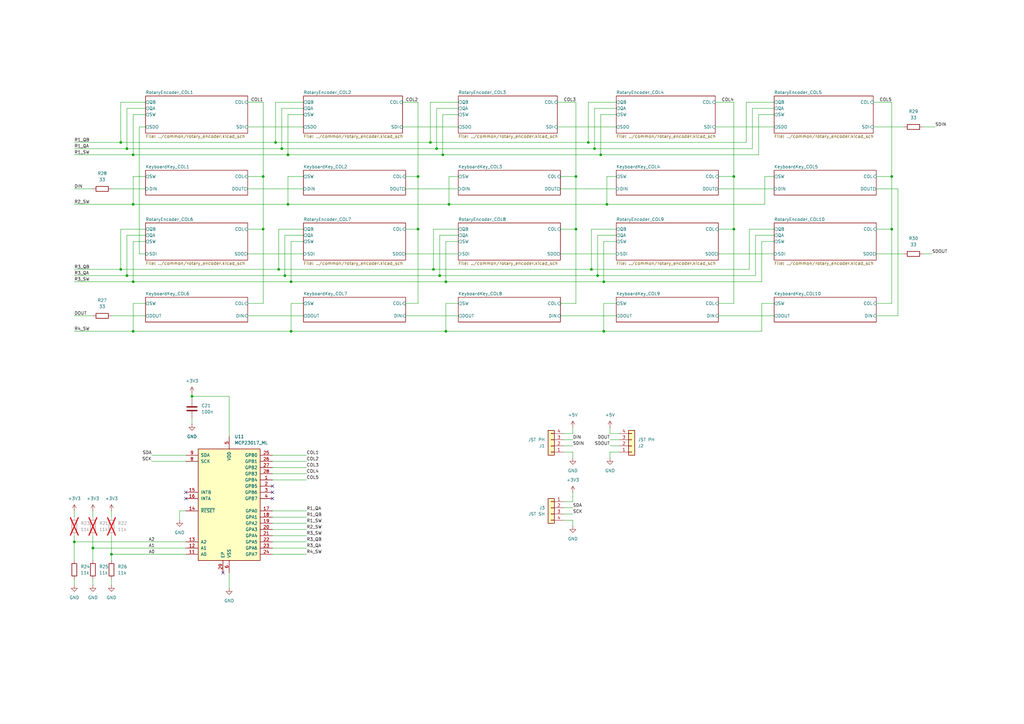
<source format=kicad_sch>
(kicad_sch (version 20231120) (generator "eeschema") (generator_version "8.0")
  (paper "A3")
  (lib_symbols
    (symbol "Connector_Generic:Conn_01x04" (pin_names (offset 1.016) hide)
      (property "Reference" "J" (at 0 5.08 0))
      (property "Value" "Conn_01x04" (at 0 -7.62 0))
      (symbol "Conn_01x04_1_1"
        (rectangle (start -1.27 -4.953) (end 0 -5.207) (stroke (width 0.1524)))
        (rectangle (start -1.27 -2.413) (end 0 -2.667) (stroke (width 0.1524)))
        (rectangle (start -1.27 0.127) (end 0 -0.127) (stroke (width 0.1524)))
        (rectangle (start -1.27 2.667) (end 0 2.413) (stroke (width 0.1524)))
        (rectangle (start -1.27 3.81) (end 1.27 -6.35) (stroke (width 0.254)) (fill (type background)))
        (pin passive line (at -5.08 2.54 0) (length 3.81) (name "Pin_1") (number "1"))
        (pin passive line (at -5.08 0 0) (length 3.81) (name "Pin_2") (number "2"))
        (pin passive line (at -5.08 -2.54 0) (length 3.81) (name "Pin_3") (number "3"))
        (pin passive line (at -5.08 -5.08 0) (length 3.81) (name "Pin_4") (number "4"))
      )
    )
    (symbol "Device:C" (pin_numbers hide) (pin_names (offset 0.254))
      (property "Reference" "C" (at 0.635 2.54 0))
      (property "Value" "C" (at 0.635 -2.54 0))
      (symbol "C_0_1"
        (polyline (pts (xy -2.032 -0.762) (xy 2.032 -0.762)) (stroke (width 0.508)))
        (polyline (pts (xy -2.032 0.762) (xy 2.032 0.762)) (stroke (width 0.508)))
      )
      (symbol "C_1_1"
        (pin passive line (at 0 3.81 270) (length 2.794) (name "~") (number "1"))
        (pin passive line (at 0 -3.81 90) (length 2.794) (name "~") (number "2"))
      )
    )
    (symbol "Device:R" (pin_numbers hide) (pin_names (offset 0))
      (property "Reference" "R" (at 2.032 0 90))
      (property "Value" "R" (at 0 0 90))
      (symbol "R_0_1"
        (rectangle (start -1.016 -2.54) (end 1.016 2.54) (stroke (width 0.254)))
      )
      (symbol "R_1_1"
        (pin passive line (at 0 3.81 270) (length 1.27) (name "~") (number "1"))
        (pin passive line (at 0 -3.81 90) (length 1.27) (name "~") (number "2"))
      )
    )
    (symbol "Interface_Expansion:MCP23017_ML" (pin_names (offset 1.016))
      (property "Reference" "U" (at -11.43 24.13 0))
      (property "Value" "MCP23017_ML" (at 0 0 0))
      (symbol "MCP23017_ML_0_1"
        (rectangle (start -12.7 22.86) (end 12.7 -22.86) (stroke (width 0.254)) (fill (type background)))
      )
      (symbol "MCP23017_ML_1_1"
        (pin bidirectional line (at 17.78 10.16 180) (length 5.08) (name "GPB4") (number "1"))
        (pin no_connect line (at -12.7 12.7 0) (length 5.08) hide (name "NC") (number "10"))
        (pin input line (at -17.78 -20.32 0) (length 5.08) (name "A0") (number "11"))
        (pin input line (at -17.78 -17.78 0) (length 5.08) (name "A1") (number "12"))
        (pin input line (at -17.78 -15.24 0) (length 5.08) (name "A2") (number "13"))
        (pin input line (at -17.78 -2.54 0) (length 5.08) (name "~{RESET}") (number "14"))
        (pin tri_state line (at -17.78 5.08 0) (length 5.08) (name "INTB") (number "15"))
        (pin tri_state line (at -17.78 2.54 0) (length 5.08) (name "INTA") (number "16"))
        (pin bidirectional line (at 17.78 -2.54 180) (length 5.08) (name "GPA0") (number "17"))
        (pin bidirectional line (at 17.78 -5.08 180) (length 5.08) (name "GPA1") (number "18"))
        (pin bidirectional line (at 17.78 -7.62 180) (length 5.08) (name "GPA2") (number "19"))
        (pin bidirectional line (at 17.78 7.62 180) (length 5.08) (name "GPB5") (number "2"))
        (pin bidirectional line (at 17.78 -10.16 180) (length 5.08) (name "GPA3") (number "20"))
        (pin bidirectional line (at 17.78 -12.7 180) (length 5.08) (name "GPA4") (number "21"))
        (pin bidirectional line (at 17.78 -15.24 180) (length 5.08) (name "GPA5") (number "22"))
        (pin bidirectional line (at 17.78 -17.78 180) (length 5.08) (name "GPA6") (number "23"))
        (pin bidirectional line (at 17.78 -20.32 180) (length 5.08) (name "GPA7") (number "24"))
        (pin bidirectional line (at 17.78 20.32 180) (length 5.08) (name "GPB0") (number "25"))
        (pin bidirectional line (at 17.78 17.78 180) (length 5.08) (name "GPB1") (number "26"))
        (pin bidirectional line (at 17.78 15.24 180) (length 5.08) (name "GPB2") (number "27"))
        (pin bidirectional line (at 17.78 12.7 180) (length 5.08) (name "GPB3") (number "28"))
        (pin passive line (at -2.54 -27.94 90) (length 5.08) (name "EP") (number "29"))
        (pin bidirectional line (at 17.78 5.08 180) (length 5.08) (name "GPB6") (number "3"))
        (pin bidirectional line (at 17.78 2.54 180) (length 5.08) (name "GPB7") (number "4"))
        (pin power_in line (at 0 27.94 270) (length 5.08) (name "VDD") (number "5"))
        (pin power_in line (at 0 -27.94 90) (length 5.08) (name "VSS") (number "6"))
        (pin no_connect line (at -12.7 15.24 0) (length 5.08) hide (name "NC") (number "7"))
        (pin input line (at -17.78 17.78 0) (length 5.08) (name "SCK") (number "8"))
        (pin bidirectional line (at -17.78 20.32 0) (length 5.08) (name "SDA") (number "9"))
      )
    )
    (symbol "power:+3V3" (power) (pin_numbers hide) (pin_names (offset 0) hide)
      (property "Value" "+3V3" (at 0 3.556 0))
      (symbol "+3V3_0_1"
        (polyline (pts (xy -0.762 1.27) (xy 0 2.54)))
        (polyline (pts (xy 0 0) (xy 0 2.54)))
        (polyline (pts (xy 0 2.54) (xy 0.762 1.27)))
      )
      (symbol "+3V3_1_1"
        (pin power_in line (at 0 0 90) (length 0) (name "~") (number "1"))
      )
    )
    (symbol "power:+5V" (power) (pin_numbers hide) (pin_names (offset 0) hide)
      (property "Value" "+5V" (at 0 3.556 0))
      (symbol "+5V_0_1"
        (polyline (pts (xy -0.762 1.27) (xy 0 2.54)))
        (polyline (pts (xy 0 0) (xy 0 2.54)))
        (polyline (pts (xy 0 2.54) (xy 0.762 1.27)))
      )
      (symbol "+5V_1_1"
        (pin power_in line (at 0 0 90) (length 0) (name "~") (number "1"))
      )
    )
    (symbol "power:GND" (power) (pin_numbers hide) (pin_names (offset 0) hide)
      (property "Value" "GND" (at 0 -3.81 0))
      (symbol "GND_0_1"
        (polyline (pts (xy 0 0) (xy 0 -1.27) (xy 1.27 -1.27) (xy 0 -2.54) (xy -1.27 -1.27) (xy 0 -1.27)))
      )
      (symbol "GND_1_1"
        (pin power_in line (at 0 0 270) (length 0) (name "~") (number "1"))
      )
    )
  )
  (junction (at 247.65 135.89))
  (junction (at 184.15 83.82))
  (junction (at 54.61 63.5))
  (junction (at 177.8 110.49))
  (junction (at 116.84 113.03))
  (junction (at 365.76 72.39))
  (junction (at 236.22 72.39))
  (junction (at 54.61 135.89))
  (junction (at 107.95 93.98))
  (junction (at 171.45 93.98))
  (junction (at 119.38 115.57))
  (junction (at 182.88 115.57))
  (junction (at 245.11 113.03))
  (junction (at 114.3 110.49))
  (junction (at 107.95 72.39))
  (junction (at 246.38 63.5))
  (junction (at 49.53 58.42))
  (junction (at 30.48 222.25))
  (junction (at 241.3 58.42))
  (junction (at 243.84 60.96))
  (junction (at 236.22 93.98))
  (junction (at 118.11 63.5))
  (junction (at 182.88 135.89))
  (junction (at 242.57 110.49))
  (junction (at 115.57 60.96))
  (junction (at 78.74 162.56))
  (junction (at 38.1 224.79))
  (junction (at 52.07 60.96))
  (junction (at 365.76 93.98))
  (junction (at 171.45 72.39))
  (junction (at 54.61 83.82))
  (junction (at 52.07 113.03))
  (junction (at 49.53 110.49))
  (junction (at 118.11 83.82))
  (junction (at 45.72 227.33))
  (junction (at 181.61 63.5))
  (junction (at 247.65 115.57))
  (junction (at 179.07 60.96))
  (junction (at 300.99 72.39))
  (junction (at 248.92 83.82))
  (junction (at 300.99 93.98))
  (junction (at 54.61 115.57))
  (junction (at 180.34 113.03))
  (junction (at 119.38 135.89))
  (junction (at 176.53 58.42))
  (junction (at 113.03 58.42))
  (no_connect (at 111.76 201.93))
  (no_connect (at 111.76 204.47))
  (no_connect (at 111.76 199.39))
  (no_connect (at 76.2 201.93))
  (no_connect (at 91.44 234.95))
  (no_connect (at 76.2 204.47))
  (wire (pts (xy 93.98 162.56) (xy 93.98 179.07)))
  (wire (pts (xy 111.76 196.85) (xy 125.73 196.85)))
  (wire (pts (xy 78.74 162.56) (xy 93.98 162.56)))
  (wire (pts (xy 111.76 191.77) (xy 125.73 191.77)))
  (wire (pts (xy 182.88 99.06) (xy 182.88 115.57)))
  (wire (pts (xy 38.1 224.79) (xy 38.1 229.87)))
  (wire (pts (xy 252.73 46.99) (xy 246.38 46.99)))
  (wire (pts (xy 45.72 219.71) (xy 45.72 227.33)))
  (wire (pts (xy 300.99 72.39) (xy 300.99 93.98)))
  (wire (pts (xy 124.46 96.52) (xy 116.84 96.52)))
  (wire (pts (xy 52.07 44.45) (xy 52.07 60.96)))
  (wire (pts (xy 49.53 110.49) (xy 114.3 110.49)))
  (wire (pts (xy 30.48 83.82) (xy 54.61 83.82)))
  (wire (pts (xy 166.37 104.14) (xy 187.96 104.14)))
  (wire (pts (xy 45.72 209.55) (xy 45.72 212.09)))
  (wire (pts (xy 52.07 60.96) (xy 115.57 60.96)))
  (wire (pts (xy 306.07 41.91) (xy 317.5 41.91)))
  (wire (pts (xy 250.19 187.96) (xy 250.19 185.42)))
  (wire (pts (xy 247.65 124.46) (xy 247.65 135.89)))
  (wire (pts (xy 54.61 72.39) (xy 54.61 83.82)))
  (wire (pts (xy 236.22 72.39) (xy 236.22 41.91)))
  (wire (pts (xy 176.53 58.42) (xy 176.53 41.91)))
  (wire (pts (xy 107.95 93.98) (xy 107.95 124.46)))
  (wire (pts (xy 176.53 58.42) (xy 241.3 58.42)))
  (wire (pts (xy 365.76 93.98) (xy 365.76 124.46)))
  (wire (pts (xy 45.72 77.47) (xy 59.69 77.47)))
  (wire (pts (xy 368.3 77.47) (xy 368.3 129.54)))
  (wire (pts (xy 236.22 93.98) (xy 229.87 93.98)))
  (wire (pts (xy 317.5 44.45) (xy 308.61 44.45)))
  (wire (pts (xy 30.48 60.96) (xy 52.07 60.96)))
  (wire (pts (xy 365.76 93.98) (xy 359.41 93.98)))
  (wire (pts (xy 115.57 44.45) (xy 115.57 60.96)))
  (wire (pts (xy 293.37 41.91) (xy 300.99 41.91)))
  (wire (pts (xy 107.95 41.91) (xy 101.6 41.91)))
  (wire (pts (xy 101.6 72.39) (xy 107.95 72.39)))
  (wire (pts (xy 171.45 72.39) (xy 171.45 93.98)))
  (wire (pts (xy 228.6 41.91) (xy 236.22 41.91)))
  (wire (pts (xy 118.11 46.99) (xy 118.11 63.5)))
  (wire (pts (xy 30.48 219.71) (xy 30.48 222.25)))
  (wire (pts (xy 187.96 93.98) (xy 177.8 93.98)))
  (wire (pts (xy 245.11 113.03) (xy 309.88 113.03)))
  (wire (pts (xy 101.6 129.54) (xy 124.46 129.54)))
  (wire (pts (xy 30.48 110.49) (xy 49.53 110.49)))
  (wire (pts (xy 300.99 93.98) (xy 294.64 93.98)))
  (wire (pts (xy 54.61 115.57) (xy 119.38 115.57)))
  (wire (pts (xy 124.46 93.98) (xy 114.3 93.98)))
  (wire (pts (xy 250.19 177.8) (xy 254 177.8)))
  (wire (pts (xy 30.48 135.89) (xy 54.61 135.89)))
  (wire (pts (xy 181.61 63.5) (xy 246.38 63.5)))
  (wire (pts (xy 57.15 52.07) (xy 57.15 104.14)))
  (wire (pts (xy 113.03 41.91) (xy 124.46 41.91)))
  (wire (pts (xy 378.46 104.14) (xy 382.27 104.14)))
  (wire (pts (xy 54.61 124.46) (xy 54.61 135.89)))
  (wire (pts (xy 54.61 135.89) (xy 119.38 135.89)))
  (wire (pts (xy 242.57 110.49) (xy 307.34 110.49)))
  (wire (pts (xy 359.41 104.14) (xy 370.84 104.14)))
  (wire (pts (xy 107.95 72.39) (xy 107.95 93.98)))
  (wire (pts (xy 309.88 96.52) (xy 309.88 113.03)))
  (wire (pts (xy 124.46 44.45) (xy 115.57 44.45)))
  (wire (pts (xy 124.46 124.46) (xy 119.38 124.46)))
  (wire (pts (xy 241.3 41.91) (xy 252.73 41.91)))
  (wire (pts (xy 107.95 93.98) (xy 101.6 93.98)))
  (wire (pts (xy 59.69 124.46) (xy 54.61 124.46)))
  (wire (pts (xy 312.42 124.46) (xy 312.42 135.89)))
  (wire (pts (xy 187.96 44.45) (xy 179.07 44.45)))
  (wire (pts (xy 252.73 99.06) (xy 247.65 99.06)))
  (wire (pts (xy 166.37 129.54) (xy 187.96 129.54)))
  (wire (pts (xy 229.87 77.47) (xy 252.73 77.47)))
  (wire (pts (xy 187.96 124.46) (xy 182.88 124.46)))
  (wire (pts (xy 293.37 52.07) (xy 317.5 52.07)))
  (wire (pts (xy 30.48 63.5) (xy 54.61 63.5)))
  (wire (pts (xy 229.87 104.14) (xy 252.73 104.14)))
  (wire (pts (xy 119.38 135.89) (xy 182.88 135.89)))
  (wire (pts (xy 30.48 115.57) (xy 54.61 115.57)))
  (wire (pts (xy 111.76 209.55) (xy 125.73 209.55)))
  (wire (pts (xy 38.1 209.55) (xy 38.1 212.09)))
  (wire (pts (xy 30.48 237.49) (xy 30.48 240.03)))
  (wire (pts (xy 52.07 96.52) (xy 52.07 113.03)))
  (wire (pts (xy 365.76 72.39) (xy 365.76 41.91)))
  (wire (pts (xy 294.64 77.47) (xy 317.5 77.47)))
  (wire (pts (xy 177.8 110.49) (xy 242.57 110.49)))
  (wire (pts (xy 111.76 222.25) (xy 125.73 222.25)))
  (wire (pts (xy 76.2 189.23) (xy 62.23 189.23)))
  (wire (pts (xy 180.34 113.03) (xy 245.11 113.03)))
  (wire (pts (xy 52.07 113.03) (xy 116.84 113.03)))
  (wire (pts (xy 59.69 44.45) (xy 52.07 44.45)))
  (wire (pts (xy 308.61 44.45) (xy 308.61 60.96)))
  (wire (pts (xy 359.41 77.47) (xy 368.3 77.47)))
  (wire (pts (xy 30.48 113.03) (xy 52.07 113.03)))
  (wire (pts (xy 234.95 177.8) (xy 231.14 177.8)))
  (wire (pts (xy 358.14 41.91) (xy 365.76 41.91)))
  (wire (pts (xy 165.1 41.91) (xy 171.45 41.91)))
  (wire (pts (xy 250.19 175.26) (xy 250.19 177.8)))
  (wire (pts (xy 171.45 124.46) (xy 166.37 124.46)))
  (wire (pts (xy 365.76 72.39) (xy 365.76 93.98)))
  (wire (pts (xy 378.46 52.07) (xy 383.54 52.07)))
  (wire (pts (xy 229.87 129.54) (xy 252.73 129.54)))
  (wire (pts (xy 49.53 41.91) (xy 49.53 58.42)))
  (wire (pts (xy 313.69 72.39) (xy 317.5 72.39)))
  (wire (pts (xy 101.6 104.14) (xy 124.46 104.14)))
  (wire (pts (xy 229.87 72.39) (xy 236.22 72.39)))
  (wire (pts (xy 113.03 58.42) (xy 176.53 58.42)))
  (wire (pts (xy 59.69 41.91) (xy 49.53 41.91)))
  (wire (pts (xy 116.84 113.03) (xy 180.34 113.03)))
  (wire (pts (xy 358.14 52.07) (xy 370.84 52.07)))
  (wire (pts (xy 246.38 63.5) (xy 311.15 63.5)))
  (wire (pts (xy 368.3 129.54) (xy 359.41 129.54)))
  (wire (pts (xy 124.46 46.99) (xy 118.11 46.99)))
  (wire (pts (xy 78.74 162.56) (xy 78.74 163.83)))
  (wire (pts (xy 59.69 52.07) (xy 57.15 52.07)))
  (wire (pts (xy 312.42 99.06) (xy 312.42 115.57)))
  (wire (pts (xy 111.76 189.23) (xy 125.73 189.23)))
  (wire (pts (xy 248.92 83.82) (xy 248.92 72.39)))
  (wire (pts (xy 359.41 72.39) (xy 365.76 72.39)))
  (wire (pts (xy 119.38 115.57) (xy 182.88 115.57)))
  (wire (pts (xy 30.48 222.25) (xy 30.48 229.87)))
  (wire (pts (xy 243.84 60.96) (xy 308.61 60.96)))
  (wire (pts (xy 118.11 63.5) (xy 181.61 63.5)))
  (wire (pts (xy 176.53 41.91) (xy 187.96 41.91)))
  (wire (pts (xy 306.07 41.91) (xy 306.07 58.42)))
  (wire (pts (xy 182.88 115.57) (xy 247.65 115.57)))
  (wire (pts (xy 119.38 99.06) (xy 119.38 115.57)))
  (wire (pts (xy 231.14 205.74) (xy 234.95 205.74)))
  (wire (pts (xy 313.69 83.82) (xy 313.69 72.39)))
  (wire (pts (xy 250.19 180.34) (xy 254 180.34)))
  (wire (pts (xy 311.15 63.5) (xy 311.15 46.99)))
  (wire (pts (xy 59.69 46.99) (xy 54.61 46.99)))
  (wire (pts (xy 246.38 63.5) (xy 246.38 46.99)))
  (wire (pts (xy 247.65 135.89) (xy 312.42 135.89)))
  (wire (pts (xy 101.6 124.46) (xy 107.95 124.46)))
  (wire (pts (xy 45.72 237.49) (xy 45.72 240.03)))
  (wire (pts (xy 181.61 63.5) (xy 181.61 46.99)))
  (wire (pts (xy 30.48 77.47) (xy 38.1 77.47)))
  (wire (pts (xy 234.95 175.26) (xy 234.95 177.8)))
  (wire (pts (xy 184.15 72.39) (xy 187.96 72.39)))
  (wire (pts (xy 111.76 212.09) (xy 125.73 212.09)))
  (wire (pts (xy 93.98 234.95) (xy 93.98 241.3)))
  (wire (pts (xy 242.57 93.98) (xy 242.57 110.49)))
  (wire (pts (xy 252.73 44.45) (xy 243.84 44.45)))
  (wire (pts (xy 236.22 72.39) (xy 236.22 93.98)))
  (wire (pts (xy 294.64 72.39) (xy 300.99 72.39)))
  (wire (pts (xy 317.5 46.99) (xy 311.15 46.99)))
  (wire (pts (xy 59.69 72.39) (xy 54.61 72.39)))
  (wire (pts (xy 30.48 222.25) (xy 76.2 222.25)))
  (wire (pts (xy 45.72 227.33) (xy 45.72 229.87)))
  (wire (pts (xy 179.07 60.96) (xy 243.84 60.96)))
  (wire (pts (xy 177.8 93.98) (xy 177.8 110.49)))
  (wire (pts (xy 228.6 52.07) (xy 252.73 52.07)))
  (wire (pts (xy 124.46 72.39) (xy 118.11 72.39)))
  (wire (pts (xy 184.15 83.82) (xy 184.15 72.39)))
  (wire (pts (xy 111.76 217.17) (xy 125.73 217.17)))
  (wire (pts (xy 111.76 224.79) (xy 125.73 224.79)))
  (wire (pts (xy 365.76 124.46) (xy 359.41 124.46)))
  (wire (pts (xy 317.5 93.98) (xy 307.34 93.98)))
  (wire (pts (xy 171.45 93.98) (xy 166.37 93.98)))
  (wire (pts (xy 38.1 224.79) (xy 76.2 224.79)))
  (wire (pts (xy 300.99 72.39) (xy 300.99 41.91)))
  (wire (pts (xy 49.53 93.98) (xy 49.53 110.49)))
  (wire (pts (xy 49.53 58.42) (xy 113.03 58.42)))
  (wire (pts (xy 124.46 99.06) (xy 119.38 99.06)))
  (wire (pts (xy 111.76 194.31) (xy 125.73 194.31)))
  (wire (pts (xy 118.11 83.82) (xy 184.15 83.82)))
  (wire (pts (xy 317.5 124.46) (xy 312.42 124.46)))
  (wire (pts (xy 54.61 99.06) (xy 54.61 115.57)))
  (wire (pts (xy 118.11 83.82) (xy 54.61 83.82)))
  (wire (pts (xy 294.64 129.54) (xy 317.5 129.54)))
  (wire (pts (xy 171.45 72.39) (xy 171.45 41.91)))
  (wire (pts (xy 234.95 180.34) (xy 231.14 180.34)))
  (wire (pts (xy 236.22 93.98) (xy 236.22 124.46)))
  (wire (pts (xy 111.76 219.71) (xy 125.73 219.71)))
  (wire (pts (xy 101.6 77.47) (xy 124.46 77.47)))
  (wire (pts (xy 252.73 93.98) (xy 242.57 93.98)))
  (wire (pts (xy 179.07 60.96) (xy 115.57 60.96)))
  (wire (pts (xy 59.69 93.98) (xy 49.53 93.98)))
  (wire (pts (xy 171.45 93.98) (xy 171.45 124.46)))
  (wire (pts (xy 111.76 227.33) (xy 125.73 227.33)))
  (wire (pts (xy 243.84 44.45) (xy 243.84 60.96)))
  (wire (pts (xy 38.1 219.71) (xy 38.1 224.79)))
  (wire (pts (xy 30.48 209.55) (xy 30.48 212.09)))
  (wire (pts (xy 294.64 104.14) (xy 317.5 104.14)))
  (wire (pts (xy 38.1 237.49) (xy 38.1 240.03)))
  (wire (pts (xy 300.99 93.98) (xy 300.99 124.46)))
  (wire (pts (xy 30.48 129.54) (xy 38.1 129.54)))
  (wire (pts (xy 300.99 124.46) (xy 294.64 124.46)))
  (wire (pts (xy 59.69 96.52) (xy 52.07 96.52)))
  (wire (pts (xy 317.5 96.52) (xy 309.88 96.52)))
  (wire (pts (xy 248.92 72.39) (xy 252.73 72.39)))
  (wire (pts (xy 114.3 93.98) (xy 114.3 110.49)))
  (wire (pts (xy 166.37 77.47) (xy 187.96 77.47)))
  (wire (pts (xy 182.88 124.46) (xy 182.88 135.89)))
  (wire (pts (xy 78.74 161.29) (xy 78.74 162.56)))
  (wire (pts (xy 187.96 46.99) (xy 181.61 46.99)))
  (wire (pts (xy 247.65 115.57) (xy 312.42 115.57)))
  (wire (pts (xy 113.03 58.42) (xy 113.03 41.91)))
  (wire (pts (xy 252.73 124.46) (xy 247.65 124.46)))
  (wire (pts (xy 317.5 99.06) (xy 312.42 99.06)))
  (wire (pts (xy 107.95 72.39) (xy 107.95 41.91)))
  (wire (pts (xy 73.66 213.36) (xy 73.66 209.55)))
  (wire (pts (xy 73.66 209.55) (xy 76.2 209.55)))
  (wire (pts (xy 180.34 96.52) (xy 180.34 113.03)))
  (wire (pts (xy 45.72 227.33) (xy 76.2 227.33)))
  (wire (pts (xy 179.07 44.45) (xy 179.07 60.96)))
  (wire (pts (xy 165.1 52.07) (xy 187.96 52.07)))
  (wire (pts (xy 119.38 124.46) (xy 119.38 135.89)))
  (wire (pts (xy 57.15 104.14) (xy 59.69 104.14)))
  (wire (pts (xy 234.95 205.74) (xy 234.95 201.93)))
  (wire (pts (xy 187.96 96.52) (xy 180.34 96.52)))
  (wire (pts (xy 252.73 96.52) (xy 245.11 96.52)))
  (wire (pts (xy 111.76 214.63) (xy 125.73 214.63)))
  (wire (pts (xy 54.61 46.99) (xy 54.61 63.5)))
  (wire (pts (xy 234.95 187.96) (xy 234.95 185.42)))
  (wire (pts (xy 184.15 83.82) (xy 248.92 83.82)))
  (wire (pts (xy 231.14 208.28) (xy 234.95 208.28)))
  (wire (pts (xy 234.95 213.36) (xy 231.14 213.36)))
  (wire (pts (xy 248.92 83.82) (xy 313.69 83.82)))
  (wire (pts (xy 78.74 171.45) (xy 78.74 173.99)))
  (wire (pts (xy 231.14 210.82) (xy 234.95 210.82)))
  (wire (pts (xy 236.22 124.46) (xy 229.87 124.46)))
  (wire (pts (xy 76.2 186.69) (xy 62.23 186.69)))
  (wire (pts (xy 30.48 58.42) (xy 49.53 58.42)))
  (wire (pts (xy 250.19 182.88) (xy 254 182.88)))
  (wire (pts (xy 187.96 99.06) (xy 182.88 99.06)))
  (wire (pts (xy 59.69 99.06) (xy 54.61 99.06)))
  (wire (pts (xy 111.76 186.69) (xy 125.73 186.69)))
  (wire (pts (xy 241.3 58.42) (xy 241.3 41.91)))
  (wire (pts (xy 118.11 72.39) (xy 118.11 83.82)))
  (wire (pts (xy 250.19 185.42) (xy 254 185.42)))
  (wire (pts (xy 241.3 58.42) (xy 306.07 58.42)))
  (wire (pts (xy 234.95 215.9) (xy 234.95 213.36)))
  (wire (pts (xy 54.61 63.5) (xy 118.11 63.5)))
  (wire (pts (xy 234.95 182.88) (xy 231.14 182.88)))
  (wire (pts (xy 234.95 185.42) (xy 231.14 185.42)))
  (wire (pts (xy 45.72 129.54) (xy 59.69 129.54)))
  (wire (pts (xy 247.65 99.06) (xy 247.65 115.57)))
  (wire (pts (xy 166.37 72.39) (xy 171.45 72.39)))
  (wire (pts (xy 307.34 93.98) (xy 307.34 110.49)))
  (wire (pts (xy 182.88 135.89) (xy 247.65 135.89)))
  (wire (pts (xy 101.6 52.07) (xy 124.46 52.07)))
  (wire (pts (xy 116.84 96.52) (xy 116.84 113.03)))
  (wire (pts (xy 114.3 110.49) (xy 177.8 110.49)))
  (wire (pts (xy 245.11 96.52) (xy 245.11 113.03)))
  (label "R1_QB" (at 125.73 212.09 0))
  (label "R1_QA" (at 125.73 209.55 0))
  (label "R1_QB" (at 30.48 58.42 0))
  (label "COL5" (at 365.76 41.91 180))
  (label "R4_SW" (at 125.73 227.33 0))
  (label "R3_SW" (at 30.48 115.57 0))
  (label "R3_QA" (at 125.73 224.79 0))
  (label "R2_SW" (at 30.48 83.82 0))
  (label "R1_SW" (at 125.73 214.63 0))
  (label "COL1" (at 107.95 41.91 180))
  (label "R2_SW" (at 125.73 217.17 0))
  (label "SDA" (at 234.95 208.28 0))
  (label "COL1" (at 125.73 186.69 0))
  (label "COL4" (at 125.73 194.31 0))
  (label "R3_QA" (at 30.48 113.03 0))
  (label "SCK" (at 62.23 189.23 180))
  (label "COL2" (at 171.45 41.91 180))
  (label "COL3" (at 236.22 41.91 180))
  (label "DIN" (at 234.95 180.34 0))
  (label "SDIN" (at 383.54 52.07 0))
  (label "DIN" (at 30.48 77.47 0))
  (label "SDA" (at 62.23 186.69 180))
  (label "COL2" (at 125.73 189.23 0))
  (label "R3_QB" (at 30.48 110.49 0))
  (label "COL3" (at 125.73 191.77 0))
  (label "R1_SW" (at 30.48 63.5 0))
  (label "SCK" (at 234.95 210.82 0))
  (label "A0" (at 60.96 227.33 0))
  (label "A1" (at 60.96 224.79 0))
  (label "COL5" (at 125.73 196.85 0))
  (label "SDOUT" (at 250.19 182.88 180))
  (label "A2" (at 60.96 222.25 0))
  (label "R3_SW" (at 125.73 219.71 0))
  (label "COL4" (at 300.99 41.91 180))
  (label "DOUT" (at 30.48 129.54 0))
  (label "R4_SW" (at 30.48 135.89 0))
  (label "SDOUT" (at 382.27 104.14 0))
  (label "SDIN" (at 234.95 182.88 0))
  (label "DOUT" (at 250.19 180.34 180))
  (label "R3_QB" (at 125.73 222.25 0))
  (label "R1_QA" (at 30.48 60.96 0))
  (symbol (lib_id "power:+3V3") (at 30.48 209.55 0) (unit 1)
    (property "Reference" "#PWR098" (effects (hide yes)))
    (property "Value" "+3V3" (at 30.48 204.47 0))
    (property "Description" "Power symbol creates a global label with name \"+3V3\"" (effects (hide yes)))
  )
  (symbol (lib_id "power:+3V3") (at 38.1 209.55 0) (unit 1)
    (property "Reference" "#PWR099" (effects (hide yes)))
    (property "Value" "+3V3" (at 38.1 204.47 0))
    (property "Description" "Power symbol creates a global label with name \"+3V3\"" (effects (hide yes)))
  )
  (symbol (lib_id "Interface_Expansion:MCP23017_ML") (at 93.98 207.01 0) (unit 1)
    (property "Reference" "U11" (at 96.1741 179.07 0) (effects (justify left)))
    (property "Value" "MCP23017_ML" (at 96.1741 181.61 0) (effects (justify left)))
    (property "Footprint" "Package_DFN_QFN:QFN-28-1EP_6x6mm_P0.65mm_EP4.25x4.25mm" (effects (hide yes)))
    (property "Datasheet" "http://ww1.microchip.com/downloads/en/DeviceDoc/20001952C.pdf" (effects (hide yes)))
    (property "Description" "16-bit I/O expander, I2C, interrupts, w pull-ups, QFN-28" (effects (hide yes)))
  )
  (symbol (lib_id "power:+3V3") (at 78.74 161.29 0) (unit 1)
    (property "Reference" "#PWR0102" (effects (hide yes)))
    (property "Value" "+3V3" (at 78.74 156.21 0))
    (property "Description" "Power symbol creates a global label with name \"+3V3\"" (effects (hide yes)))
  )
  (symbol (lib_id "Device:R") (at 41.91 77.47 90) (unit 1)
    (property "Reference" "R28" (at 41.91 71.12 90))
    (property "Value" "33" (at 41.91 73.66 90))
    (property "Footprint" "Resistor_SMD:R_0603_1608Metric" (effects (hide yes)))
    (property "Description" "Resistor" (effects (hide yes)))
  )
  (symbol (lib_id "Device:R") (at 45.72 215.9 0) (unit 1) (dnp yes)
    (property "Reference" "R22" (at 48.26 214.6299 0) (effects (justify left)))
    (property "Value" "11k" (at 48.26 217.1699 0) (effects (justify left)))
    (property "Footprint" "Resistor_SMD:R_0603_1608Metric" (effects (hide yes)))
    (property "Description" "Resistor" (effects (hide yes)))
  )
  (symbol (lib_id "Connector_Generic:Conn_01x04") (at 259.08 182.88 0) (mirror x) (unit 1)
    (property "Reference" "J2" (at 261.62 182.8801 0) (effects (justify left)))
    (property "Value" "JST PH" (at 261.62 180.3401 0) (effects (justify left)))
    (property "Footprint" "Connector_JST:JST_PH_S4B-PH-K_1x04_P2.00mm_Horizontal" (effects (hide yes)))
    (property "Description" "Generic connector, single row, 01x04, script generated (kicad-library-utils/schlib/autogen/connector/)" (effects (hide yes)))
  )
  (symbol (lib_id "power:GND") (at 93.98 241.3 0) (unit 1)
    (property "Reference" "#PWR0104" (effects (hide yes)))
    (property "Value" "GND" (at 93.98 246.38 0))
    (property "Description" "Power symbol creates a global label with name \"GND\" , ground" (effects (hide yes)))
  )
  (symbol (lib_id "Device:R") (at 30.48 233.68 0) (unit 1)
    (property "Reference" "R24" (at 33.02 232.4099 0) (effects (justify left)))
    (property "Value" "11k" (at 33.02 234.9499 0) (effects (justify left)))
    (property "Footprint" "Resistor_SMD:R_0603_1608Metric" (effects (hide yes)))
    (property "Description" "Resistor" (effects (hide yes)))
  )
  (symbol (lib_id "Device:R") (at 30.48 215.9 0) (unit 1) (dnp yes)
    (property "Reference" "R23" (at 33.02 214.6299 0) (effects (justify left)))
    (property "Value" "11k" (at 33.02 217.1699 0) (effects (justify left)))
    (property "Footprint" "Resistor_SMD:R_0603_1608Metric" (effects (hide yes)))
    (property "Description" "Resistor" (effects (hide yes)))
  )
  (symbol (lib_id "Device:C") (at 78.74 167.64 0) (unit 1)
    (property "Reference" "C21" (at 82.55 166.3699 0) (effects (justify left)))
    (property "Value" "100n" (at 82.55 168.9099 0) (effects (justify left)))
    (property "Footprint" "Capacitor_SMD:C_0603_1608Metric" (effects (hide yes)))
    (property "Description" "Unpolarized capacitor" (effects (hide yes)))
  )
  (symbol (lib_id "power:GND") (at 250.19 187.96 0) (unit 1)
    (property "Reference" "#PWR094" (effects (hide yes)))
    (property "Value" "GND" (at 250.19 193.04 0))
    (property "Description" "Power symbol creates a global label with name \"GND\" , ground" (effects (hide yes)))
  )
  (symbol (lib_id "Device:R") (at 38.1 233.68 0) (unit 1)
    (property "Reference" "R25" (at 40.64 232.4099 0) (effects (justify left)))
    (property "Value" "11k" (at 40.64 234.9499 0) (effects (justify left)))
    (property "Footprint" "Resistor_SMD:R_0603_1608Metric" (effects (hide yes)))
    (property "Description" "Resistor" (effects (hide yes)))
  )
  (symbol (lib_id "Connector_Generic:Conn_01x04") (at 226.06 182.88 180) (unit 1)
    (property "Reference" "J1" (at 223.52 182.8801 0) (effects (justify left)))
    (property "Value" "JST PH" (at 223.52 180.3401 0) (effects (justify left)))
    (property "Footprint" "Connector_JST:JST_PH_S4B-PH-K_1x04_P2.00mm_Horizontal" (effects (hide yes)))
    (property "Description" "Generic connector, single row, 01x04, script generated (kicad-library-utils/schlib/autogen/connector/)" (effects (hide yes)))
  )
  (symbol (lib_id "power:GND") (at 38.1 240.03 0) (unit 1)
    (property "Reference" "#PWR096" (effects (hide yes)))
    (property "Value" "GND" (at 38.1 245.11 0))
    (property "Description" "Power symbol creates a global label with name \"GND\" , ground" (effects (hide yes)))
  )
  (symbol (lib_id "power:+3V3") (at 45.72 209.55 0) (unit 1)
    (property "Reference" "#PWR0100" (effects (hide yes)))
    (property "Value" "+3V3" (at 45.72 204.47 0))
    (property "Description" "Power symbol creates a global label with name \"+3V3\"" (effects (hide yes)))
  )
  (symbol (lib_id "Connector_Generic:Conn_01x04") (at 226.06 208.28 0) (mirror y) (unit 1)
    (property "Reference" "J3" (at 223.52 208.2799 0) (effects (justify left)))
    (property "Value" "JST SH" (at 223.52 210.8199 0) (effects (justify left)))
    (property "Footprint" "Connector_JST:JST_SH_BM04B-SRSS-TB_1x04-1MP_P1.00mm_Vertical" (effects (hide yes)))
    (property "Description" "Generic connector, single row, 01x04, script generated (kicad-library-utils/schlib/autogen/connector/)" (effects (hide yes)))
  )
  (symbol (lib_id "Device:R") (at 374.65 52.07 90) (unit 1)
    (property "Reference" "R29" (at 374.65 45.72 90))
    (property "Value" "33" (at 374.65 48.26 90))
    (property "Footprint" "Resistor_SMD:R_0603_1608Metric" (effects (hide yes)))
    (property "Description" "Resistor" (effects (hide yes)))
  )
  (symbol (lib_id "power:GND") (at 73.66 213.36 0) (unit 1)
    (property "Reference" "#PWR0101" (effects (hide yes)))
    (property "Value" "GND" (at 73.66 218.44 0))
    (property "Description" "Power symbol creates a global label with name \"GND\" , ground" (effects (hide yes)))
  )
  (symbol (lib_id "power:GND") (at 78.74 173.99 0) (unit 1)
    (property "Reference" "#PWR0103" (effects (hide yes)))
    (property "Value" "GND" (at 78.74 179.07 0))
    (property "Description" "Power symbol creates a global label with name \"GND\" , ground" (effects (hide yes)))
  )
  (symbol (lib_id "Device:R") (at 374.65 104.14 90) (unit 1)
    (property "Reference" "R30" (at 374.65 97.79 90))
    (property "Value" "33" (at 374.65 100.33 90))
    (property "Footprint" "Resistor_SMD:R_0603_1608Metric" (effects (hide yes)))
    (property "Description" "Resistor" (effects (hide yes)))
  )
  (symbol (lib_id "Device:R") (at 38.1 215.9 0) (unit 1) (dnp yes)
    (property "Reference" "R21" (at 40.64 214.6299 0) (effects (justify left)))
    (property "Value" "11k" (at 40.64 217.1699 0) (effects (justify left)))
    (property "Footprint" "Resistor_SMD:R_0603_1608Metric" (effects (hide yes)))
    (property "Description" "Resistor" (effects (hide yes)))
  )
  (symbol (lib_id "power:+3V3") (at 234.95 201.93 0) (unit 1)
    (property "Reference" "#PWR0106" (effects (hide yes)))
    (property "Value" "+3V3" (at 234.95 196.85 0))
    (property "Description" "Power symbol creates a global label with name \"+3V3\"" (effects (hide yes)))
  )
  (symbol (lib_id "power:+5V") (at 250.19 175.26 0) (unit 1)
    (property "Reference" "#PWR093" (effects (hide yes)))
    (property "Value" "+5V" (at 250.19 170.18 0))
    (property "Description" "Power symbol creates a global label with name \"+5V\"" (effects (hide yes)))
  )
  (symbol (lib_id "Device:R") (at 41.91 129.54 90) (unit 1)
    (property "Reference" "R27" (at 41.91 123.19 90))
    (property "Value" "33" (at 41.91 125.73 90))
    (property "Footprint" "Resistor_SMD:R_0603_1608Metric" (effects (hide yes)))
    (property "Description" "Resistor" (effects (hide yes)))
  )
  (symbol (lib_id "power:+5V") (at 234.95 175.26 0) (mirror y) (unit 1)
    (property "Reference" "#PWR091" (effects (hide yes)))
    (property "Value" "+5V" (at 234.95 170.18 0))
    (property "Description" "Power symbol creates a global label with name \"+5V\"" (effects (hide yes)))
  )
  (symbol (lib_id "power:GND") (at 45.72 240.03 0) (unit 1)
    (property "Reference" "#PWR097" (effects (hide yes)))
    (property "Value" "GND" (at 45.72 245.11 0))
    (property "Description" "Power symbol creates a global label with name \"GND\" , ground" (effects (hide yes)))
  )
  (symbol (lib_id "Device:R") (at 45.72 233.68 0) (unit 1)
    (property "Reference" "R26" (at 48.26 232.4099 0) (effects (justify left)))
    (property "Value" "11k" (at 48.26 234.9499 0) (effects (justify left)))
    (property "Footprint" "Resistor_SMD:R_0603_1608Metric" (effects (hide yes)))
    (property "Description" "Resistor" (effects (hide yes)))
  )
  (symbol (lib_id "power:GND") (at 234.95 187.96 0) (mirror y) (unit 1)
    (property "Reference" "#PWR092" (effects (hide yes)))
    (property "Value" "GND" (at 234.95 193.04 0))
    (property "Description" "Power symbol creates a global label with name \"GND\" , ground" (effects (hide yes)))
  )
  (symbol (lib_id "power:GND") (at 30.48 240.03 0) (unit 1)
    (property "Reference" "#PWR095" (effects (hide yes)))
    (property "Value" "GND" (at 30.48 245.11 0))
    (property "Description" "Power symbol creates a global label with name \"GND\" , ground" (effects (hide yes)))
  )
  (symbol (lib_id "power:GND") (at 234.95 215.9 0) (mirror y) (unit 1)
    (property "Reference" "#PWR0105" (effects (hide yes)))
    (property "Value" "GND" (at 234.95 220.98 0))
    (property "Description" "Power symbol creates a global label with name \"GND\" , ground" (effects (hide yes)))
  )
  (sheet (at 124.46 69.85) (size 41.91 10.16) (stroke (width 0.1524))
    (property "Sheetname" "KeyboardKey_COL2" (at 124.46 69.1384 0) (effects (justify left bottom)))
    (property "Sheetfile" "../common/keyboard_key.kicad_sch" (effects (hide yes)))
    (pin "DIN" input (at 124.46 77.47 180))
    (pin "SW" output (at 124.46 72.39 180))
    (pin "COL" input (at 166.37 72.39 0))
    (pin "DOUT" output (at 166.37 77.47 0))
  )
  (sheet (at 59.69 91.44) (size 41.91 15.24) (stroke (width 0.1524))
    (property "Sheetname" "RotaryEncoder_COL6" (at 59.69 90.7284 0) (effects (justify left bottom)))
    (property "Sheetfile" "../common/rotary_encoder.kicad_sch" (at 59.69 107.2646 0) (effects (justify left top)))
    (pin "SW" output (at 59.69 99.06 180))
    (pin "COL" input (at 101.6 93.98 0))
    (pin "SDI" input (at 59.69 104.14 180))
    (pin "SDO" output (at 101.6 104.14 0))
    (pin "QA" output (at 59.69 96.52 180))
    (pin "QB" output (at 59.69 93.98 180))
  )
  (sheet (at 124.46 91.44) (size 41.91 15.24) (stroke (width 0.1524))
    (property "Sheetname" "RotaryEncoder_COL7" (at 124.46 90.7284 0) (effects (justify left bottom)))
    (property "Sheetfile" "../common/rotary_encoder.kicad_sch" (at 124.46 107.2646 0) (effects (justify left top)))
    (pin "SW" output (at 124.46 99.06 180))
    (pin "COL" input (at 166.37 93.98 0))
    (pin "SDI" input (at 124.46 104.14 180))
    (pin "SDO" output (at 166.37 104.14 0))
    (pin "QA" output (at 124.46 96.52 180))
    (pin "QB" output (at 124.46 93.98 180))
  )
  (sheet (at 59.69 39.37) (size 41.91 15.24) (stroke (width 0.1524))
    (property "Sheetname" "RotaryEncoder_COL1" (at 59.69 38.6584 0) (effects (justify left bottom)))
    (property "Sheetfile" "../common/rotary_encoder.kicad_sch" (at 59.69 55.1946 0) (effects (justify left top)))
    (pin "SW" output (at 59.69 46.99 180))
    (pin "COL" input (at 101.6 41.91 0))
    (pin "SDI" input (at 101.6 52.07 0))
    (pin "SDO" output (at 59.69 52.07 180))
    (pin "QA" output (at 59.69 44.45 180))
    (pin "QB" output (at 59.69 41.91 180))
  )
  (sheet (at 187.96 39.37) (size 40.64 15.24) (stroke (width 0.1524))
    (property "Sheetname" "RotaryEncoder_COL3" (at 187.96 38.6584 0) (effects (justify left bottom)))
    (property "Sheetfile" "../common/rotary_encoder.kicad_sch" (at 187.96 55.1946 0) (effects (justify left top)))
    (pin "SW" output (at 187.96 46.99 180))
    (pin "COL" input (at 228.6 41.91 0))
    (pin "SDI" input (at 228.6 52.07 0))
    (pin "SDO" output (at 187.96 52.07 180))
    (pin "QA" output (at 187.96 44.45 180))
    (pin "QB" output (at 187.96 41.91 180))
  )
  (sheet (at 317.5 121.92) (size 41.91 10.16) (stroke (width 0.1524))
    (property "Sheetname" "KeyboardKey_COL10" (at 317.5 121.2084 0) (effects (justify left bottom)))
    (property "Sheetfile" "../common/keyboard_key.kicad_sch" (effects (hide yes)))
    (pin "DIN" input (at 359.41 129.54 0))
    (pin "SW" output (at 317.5 124.46 180))
    (pin "COL" input (at 359.41 124.46 0))
    (pin "DOUT" output (at 317.5 129.54 180))
  )
  (sheet (at 252.73 121.92) (size 41.91 10.16) (stroke (width 0.1524))
    (property "Sheetname" "KeyboardKey_COL9" (at 252.73 121.2084 0) (effects (justify left bottom)))
    (property "Sheetfile" "../common/keyboard_key.kicad_sch" (effects (hide yes)))
    (pin "DIN" input (at 294.64 129.54 0))
    (pin "SW" output (at 252.73 124.46 180))
    (pin "COL" input (at 294.64 124.46 0))
    (pin "DOUT" output (at 252.73 129.54 180))
  )
  (sheet (at 317.5 39.37) (size 40.64 15.24) (stroke (width 0.1524))
    (property "Sheetname" "RotaryEncoder_COL5" (at 317.5 38.6584 0) (effects (justify left bottom)))
    (property "Sheetfile" "../common/rotary_encoder.kicad_sch" (at 317.5 55.1946 0) (effects (justify left top)))
    (pin "SW" output (at 317.5 46.99 180))
    (pin "COL" input (at 358.14 41.91 0))
    (pin "SDI" input (at 358.14 52.07 0))
    (pin "SDO" output (at 317.5 52.07 180))
    (pin "QA" output (at 317.5 44.45 180))
    (pin "QB" output (at 317.5 41.91 180))
  )
  (sheet (at 59.69 69.85) (size 41.91 10.16) (stroke (width 0.1524))
    (property "Sheetname" "KeyboardKey_COL1" (at 59.69 69.1384 0) (effects (justify left bottom)))
    (property "Sheetfile" "../common/keyboard_key.kicad_sch" (effects (hide yes)))
    (pin "DIN" input (at 59.69 77.47 180))
    (pin "SW" output (at 59.69 72.39 180))
    (pin "COL" input (at 101.6 72.39 0))
    (pin "DOUT" output (at 101.6 77.47 0))
  )
  (sheet (at 124.46 121.92) (size 41.91 10.16) (stroke (width 0.1524))
    (property "Sheetname" "KeyboardKey_COL7" (at 124.46 121.2084 0) (effects (justify left bottom)))
    (property "Sheetfile" "../common/keyboard_key.kicad_sch" (effects (hide yes)))
    (pin "DIN" input (at 166.37 129.54 0))
    (pin "SW" output (at 124.46 124.46 180))
    (pin "COL" input (at 166.37 124.46 0))
    (pin "DOUT" output (at 124.46 129.54 180))
  )
  (sheet (at 317.5 91.44) (size 41.91 15.24) (stroke (width 0.1524))
    (property "Sheetname" "RotaryEncoder_COL10" (at 317.5 90.7284 0) (effects (justify left bottom)))
    (property "Sheetfile" "../common/rotary_encoder.kicad_sch" (at 317.5 107.2646 0) (effects (justify left top)))
    (pin "SW" output (at 317.5 99.06 180))
    (pin "COL" input (at 359.41 93.98 0))
    (pin "SDI" input (at 317.5 104.14 180))
    (pin "SDO" output (at 359.41 104.14 0))
    (pin "QA" output (at 317.5 96.52 180))
    (pin "QB" output (at 317.5 93.98 180))
  )
  (sheet (at 317.5 69.85) (size 41.91 10.16) (stroke (width 0.1524))
    (property "Sheetname" "KeyboardKey_COL5" (at 317.5 69.1384 0) (effects (justify left bottom)))
    (property "Sheetfile" "../common/keyboard_key.kicad_sch" (effects (hide yes)))
    (pin "DIN" input (at 317.5 77.47 180))
    (pin "SW" output (at 317.5 72.39 180))
    (pin "COL" input (at 359.41 72.39 0))
    (pin "DOUT" output (at 359.41 77.47 0))
  )
  (sheet (at 187.96 121.92) (size 41.91 10.16) (stroke (width 0.1524))
    (property "Sheetname" "KeyboardKey_COL8" (at 187.96 121.2084 0) (effects (justify left bottom)))
    (property "Sheetfile" "../common/keyboard_key.kicad_sch" (effects (hide yes)))
    (pin "DIN" input (at 229.87 129.54 0))
    (pin "SW" output (at 187.96 124.46 180))
    (pin "COL" input (at 229.87 124.46 0))
    (pin "DOUT" output (at 187.96 129.54 180))
  )
  (sheet (at 59.69 121.92) (size 41.91 10.16) (stroke (width 0.1524))
    (property "Sheetname" "KeyboardKey_COL6" (at 59.69 121.2084 0) (effects (justify left bottom)))
    (property "Sheetfile" "../common/keyboard_key.kicad_sch" (effects (hide yes)))
    (pin "DIN" input (at 101.6 129.54 0))
    (pin "SW" output (at 59.69 124.46 180))
    (pin "COL" input (at 101.6 124.46 0))
    (pin "DOUT" output (at 59.69 129.54 180))
  )
  (sheet (at 252.73 69.85) (size 41.91 10.16) (stroke (width 0.1524))
    (property "Sheetname" "KeyboardKey_COL4" (at 252.73 69.1384 0) (effects (justify left bottom)))
    (property "Sheetfile" "../common/keyboard_key.kicad_sch" (effects (hide yes)))
    (pin "DIN" input (at 252.73 77.47 180))
    (pin "SW" output (at 252.73 72.39 180))
    (pin "COL" input (at 294.64 72.39 0))
    (pin "DOUT" output (at 294.64 77.47 0))
  )
  (sheet (at 252.73 39.37) (size 40.64 15.24) (stroke (width 0.1524))
    (property "Sheetname" "RotaryEncoder_COL4" (at 252.73 38.6584 0) (effects (justify left bottom)))
    (property "Sheetfile" "../common/rotary_encoder.kicad_sch" (at 252.73 55.1946 0) (effects (justify left top)))
    (pin "SW" output (at 252.73 46.99 180))
    (pin "COL" input (at 293.37 41.91 0))
    (pin "SDI" input (at 293.37 52.07 0))
    (pin "SDO" output (at 252.73 52.07 180))
    (pin "QA" output (at 252.73 44.45 180))
    (pin "QB" output (at 252.73 41.91 180))
  )
  (sheet (at 252.73 91.44) (size 41.91 15.24) (stroke (width 0.1524))
    (property "Sheetname" "RotaryEncoder_COL9" (at 252.73 90.7284 0) (effects (justify left bottom)))
    (property "Sheetfile" "../common/rotary_encoder.kicad_sch" (at 252.73 107.2646 0) (effects (justify left top)))
    (pin "SW" output (at 252.73 99.06 180))
    (pin "COL" input (at 294.64 93.98 0))
    (pin "SDI" input (at 252.73 104.14 180))
    (pin "SDO" output (at 294.64 104.14 0))
    (pin "QA" output (at 252.73 96.52 180))
    (pin "QB" output (at 252.73 93.98 180))
  )
  (sheet (at 187.96 69.85) (size 41.91 10.16) (stroke (width 0.1524))
    (property "Sheetname" "KeyboardKey_COL3" (at 187.96 69.1384 0) (effects (justify left bottom)))
    (property "Sheetfile" "../common/keyboard_key.kicad_sch" (effects (hide yes)))
    (pin "DIN" input (at 187.96 77.47 180))
    (pin "SW" output (at 187.96 72.39 180))
    (pin "COL" input (at 229.87 72.39 0))
    (pin "DOUT" output (at 229.87 77.47 0))
  )
  (sheet (at 124.46 39.37) (size 40.64 15.24) (stroke (width 0.1524))
    (property "Sheetname" "RotaryEncoder_COL2" (at 124.46 38.6584 0) (effects (justify left bottom)))
    (property "Sheetfile" "../common/rotary_encoder.kicad_sch" (at 124.46 55.1946 0) (effects (justify left top)))
    (pin "SW" output (at 124.46 46.99 180))
    (pin "COL" input (at 165.1 41.91 0))
    (pin "SDI" input (at 165.1 52.07 0))
    (pin "SDO" output (at 124.46 52.07 180))
    (pin "QA" output (at 124.46 44.45 180))
    (pin "QB" output (at 124.46 41.91 180))
  )
  (sheet (at 187.96 91.44) (size 41.91 15.24) (stroke (width 0.1524))
    (property "Sheetname" "RotaryEncoder_COL8" (at 187.96 90.7284 0) (effects (justify left bottom)))
    (property "Sheetfile" "../common/rotary_encoder.kicad_sch" (at 187.96 107.2646 0) (effects (justify left top)))
    (pin "SW" output (at 187.96 99.06 180))
    (pin "COL" input (at 229.87 93.98 0))
    (pin "SDI" input (at 187.96 104.14 180))
    (pin "SDO" output (at 229.87 104.14 0))
    (pin "QA" output (at 187.96 96.52 180))
    (pin "QB" output (at 187.96 93.98 180))
  )
)
</source>
